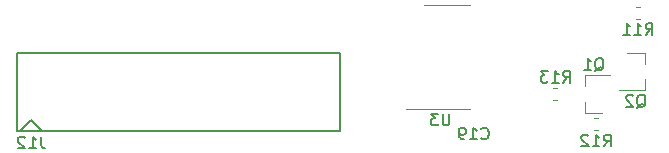
<source format=gbo>
G04 #@! TF.GenerationSoftware,KiCad,Pcbnew,(5.1.2)-1*
G04 #@! TF.CreationDate,2019-05-25T00:00:56-05:00*
G04 #@! TF.ProjectId,mk312,6d6b3331-322e-46b6-9963-61645f706362,rev?*
G04 #@! TF.SameCoordinates,Original*
G04 #@! TF.FileFunction,Legend,Bot*
G04 #@! TF.FilePolarity,Positive*
%FSLAX46Y46*%
G04 Gerber Fmt 4.6, Leading zero omitted, Abs format (unit mm)*
G04 Created by KiCad (PCBNEW (5.1.2)-1) date 2019-05-25 00:00:56*
%MOMM*%
%LPD*%
G04 APERTURE LIST*
%ADD10C,0.150000*%
%ADD11C,0.120000*%
G04 APERTURE END LIST*
D10*
X78290000Y-93500000D02*
X78290000Y-86900000D01*
X78290000Y-86900000D02*
X105690000Y-86900000D01*
X105690000Y-86900000D02*
X105690000Y-93500000D01*
X105690000Y-93500000D02*
X78290000Y-93500000D01*
X78590000Y-93500000D02*
X79490000Y-92600000D01*
X79490000Y-92600000D02*
X80390000Y-93500000D01*
D11*
X114690000Y-91685000D02*
X111240000Y-91685000D01*
X114690000Y-91685000D02*
X116640000Y-91685000D01*
X114690000Y-82815000D02*
X112740000Y-82815000D01*
X114690000Y-82815000D02*
X116640000Y-82815000D01*
X131450000Y-86920000D02*
X129990000Y-86920000D01*
X131450000Y-90080000D02*
X129290000Y-90080000D01*
X131450000Y-90080000D02*
X131450000Y-89150000D01*
X131450000Y-86920000D02*
X131450000Y-87850000D01*
X126380000Y-91980000D02*
X127840000Y-91980000D01*
X126380000Y-88820000D02*
X128540000Y-88820000D01*
X126380000Y-88820000D02*
X126380000Y-89750000D01*
X126380000Y-91980000D02*
X126380000Y-91050000D01*
X127177221Y-92440000D02*
X127502779Y-92440000D01*
X127177221Y-93460000D02*
X127502779Y-93460000D01*
X130727221Y-82990000D02*
X131052779Y-82990000D01*
X130727221Y-84010000D02*
X131052779Y-84010000D01*
X124052779Y-90910000D02*
X123727221Y-90910000D01*
X124052779Y-89890000D02*
X123727221Y-89890000D01*
D10*
X80334523Y-94002380D02*
X80334523Y-94716666D01*
X80382142Y-94859523D01*
X80477380Y-94954761D01*
X80620238Y-95002380D01*
X80715476Y-95002380D01*
X79334523Y-95002380D02*
X79905952Y-95002380D01*
X79620238Y-95002380D02*
X79620238Y-94002380D01*
X79715476Y-94145238D01*
X79810714Y-94240476D01*
X79905952Y-94288095D01*
X78953571Y-94097619D02*
X78905952Y-94050000D01*
X78810714Y-94002380D01*
X78572619Y-94002380D01*
X78477380Y-94050000D01*
X78429761Y-94097619D01*
X78382142Y-94192857D01*
X78382142Y-94288095D01*
X78429761Y-94430952D01*
X79001190Y-95002380D01*
X78382142Y-95002380D01*
X117617857Y-94132142D02*
X117665476Y-94179761D01*
X117808333Y-94227380D01*
X117903571Y-94227380D01*
X118046428Y-94179761D01*
X118141666Y-94084523D01*
X118189285Y-93989285D01*
X118236904Y-93798809D01*
X118236904Y-93655952D01*
X118189285Y-93465476D01*
X118141666Y-93370238D01*
X118046428Y-93275000D01*
X117903571Y-93227380D01*
X117808333Y-93227380D01*
X117665476Y-93275000D01*
X117617857Y-93322619D01*
X116665476Y-94227380D02*
X117236904Y-94227380D01*
X116951190Y-94227380D02*
X116951190Y-93227380D01*
X117046428Y-93370238D01*
X117141666Y-93465476D01*
X117236904Y-93513095D01*
X116189285Y-94227380D02*
X115998809Y-94227380D01*
X115903571Y-94179761D01*
X115855952Y-94132142D01*
X115760714Y-93989285D01*
X115713095Y-93798809D01*
X115713095Y-93417857D01*
X115760714Y-93322619D01*
X115808333Y-93275000D01*
X115903571Y-93227380D01*
X116094047Y-93227380D01*
X116189285Y-93275000D01*
X116236904Y-93322619D01*
X116284523Y-93417857D01*
X116284523Y-93655952D01*
X116236904Y-93751190D01*
X116189285Y-93798809D01*
X116094047Y-93846428D01*
X115903571Y-93846428D01*
X115808333Y-93798809D01*
X115760714Y-93751190D01*
X115713095Y-93655952D01*
X114911904Y-92052380D02*
X114911904Y-92861904D01*
X114864285Y-92957142D01*
X114816666Y-93004761D01*
X114721428Y-93052380D01*
X114530952Y-93052380D01*
X114435714Y-93004761D01*
X114388095Y-92957142D01*
X114340476Y-92861904D01*
X114340476Y-92052380D01*
X113959523Y-92052380D02*
X113340476Y-92052380D01*
X113673809Y-92433333D01*
X113530952Y-92433333D01*
X113435714Y-92480952D01*
X113388095Y-92528571D01*
X113340476Y-92623809D01*
X113340476Y-92861904D01*
X113388095Y-92957142D01*
X113435714Y-93004761D01*
X113530952Y-93052380D01*
X113816666Y-93052380D01*
X113911904Y-93004761D01*
X113959523Y-92957142D01*
X130785238Y-91547619D02*
X130880476Y-91500000D01*
X130975714Y-91404761D01*
X131118571Y-91261904D01*
X131213809Y-91214285D01*
X131309047Y-91214285D01*
X131261428Y-91452380D02*
X131356666Y-91404761D01*
X131451904Y-91309523D01*
X131499523Y-91119047D01*
X131499523Y-90785714D01*
X131451904Y-90595238D01*
X131356666Y-90500000D01*
X131261428Y-90452380D01*
X131070952Y-90452380D01*
X130975714Y-90500000D01*
X130880476Y-90595238D01*
X130832857Y-90785714D01*
X130832857Y-91119047D01*
X130880476Y-91309523D01*
X130975714Y-91404761D01*
X131070952Y-91452380D01*
X131261428Y-91452380D01*
X130451904Y-90547619D02*
X130404285Y-90500000D01*
X130309047Y-90452380D01*
X130070952Y-90452380D01*
X129975714Y-90500000D01*
X129928095Y-90547619D01*
X129880476Y-90642857D01*
X129880476Y-90738095D01*
X129928095Y-90880952D01*
X130499523Y-91452380D01*
X129880476Y-91452380D01*
X127235238Y-88447619D02*
X127330476Y-88400000D01*
X127425714Y-88304761D01*
X127568571Y-88161904D01*
X127663809Y-88114285D01*
X127759047Y-88114285D01*
X127711428Y-88352380D02*
X127806666Y-88304761D01*
X127901904Y-88209523D01*
X127949523Y-88019047D01*
X127949523Y-87685714D01*
X127901904Y-87495238D01*
X127806666Y-87400000D01*
X127711428Y-87352380D01*
X127520952Y-87352380D01*
X127425714Y-87400000D01*
X127330476Y-87495238D01*
X127282857Y-87685714D01*
X127282857Y-88019047D01*
X127330476Y-88209523D01*
X127425714Y-88304761D01*
X127520952Y-88352380D01*
X127711428Y-88352380D01*
X126330476Y-88352380D02*
X126901904Y-88352380D01*
X126616190Y-88352380D02*
X126616190Y-87352380D01*
X126711428Y-87495238D01*
X126806666Y-87590476D01*
X126901904Y-87638095D01*
X127982857Y-94832380D02*
X128316190Y-94356190D01*
X128554285Y-94832380D02*
X128554285Y-93832380D01*
X128173333Y-93832380D01*
X128078095Y-93880000D01*
X128030476Y-93927619D01*
X127982857Y-94022857D01*
X127982857Y-94165714D01*
X128030476Y-94260952D01*
X128078095Y-94308571D01*
X128173333Y-94356190D01*
X128554285Y-94356190D01*
X127030476Y-94832380D02*
X127601904Y-94832380D01*
X127316190Y-94832380D02*
X127316190Y-93832380D01*
X127411428Y-93975238D01*
X127506666Y-94070476D01*
X127601904Y-94118095D01*
X126649523Y-93927619D02*
X126601904Y-93880000D01*
X126506666Y-93832380D01*
X126268571Y-93832380D01*
X126173333Y-93880000D01*
X126125714Y-93927619D01*
X126078095Y-94022857D01*
X126078095Y-94118095D01*
X126125714Y-94260952D01*
X126697142Y-94832380D01*
X126078095Y-94832380D01*
X131532857Y-85382380D02*
X131866190Y-84906190D01*
X132104285Y-85382380D02*
X132104285Y-84382380D01*
X131723333Y-84382380D01*
X131628095Y-84430000D01*
X131580476Y-84477619D01*
X131532857Y-84572857D01*
X131532857Y-84715714D01*
X131580476Y-84810952D01*
X131628095Y-84858571D01*
X131723333Y-84906190D01*
X132104285Y-84906190D01*
X130580476Y-85382380D02*
X131151904Y-85382380D01*
X130866190Y-85382380D02*
X130866190Y-84382380D01*
X130961428Y-84525238D01*
X131056666Y-84620476D01*
X131151904Y-84668095D01*
X129628095Y-85382380D02*
X130199523Y-85382380D01*
X129913809Y-85382380D02*
X129913809Y-84382380D01*
X130009047Y-84525238D01*
X130104285Y-84620476D01*
X130199523Y-84668095D01*
X124532857Y-89422380D02*
X124866190Y-88946190D01*
X125104285Y-89422380D02*
X125104285Y-88422380D01*
X124723333Y-88422380D01*
X124628095Y-88470000D01*
X124580476Y-88517619D01*
X124532857Y-88612857D01*
X124532857Y-88755714D01*
X124580476Y-88850952D01*
X124628095Y-88898571D01*
X124723333Y-88946190D01*
X125104285Y-88946190D01*
X123580476Y-89422380D02*
X124151904Y-89422380D01*
X123866190Y-89422380D02*
X123866190Y-88422380D01*
X123961428Y-88565238D01*
X124056666Y-88660476D01*
X124151904Y-88708095D01*
X123247142Y-88422380D02*
X122628095Y-88422380D01*
X122961428Y-88803333D01*
X122818571Y-88803333D01*
X122723333Y-88850952D01*
X122675714Y-88898571D01*
X122628095Y-88993809D01*
X122628095Y-89231904D01*
X122675714Y-89327142D01*
X122723333Y-89374761D01*
X122818571Y-89422380D01*
X123104285Y-89422380D01*
X123199523Y-89374761D01*
X123247142Y-89327142D01*
M02*

</source>
